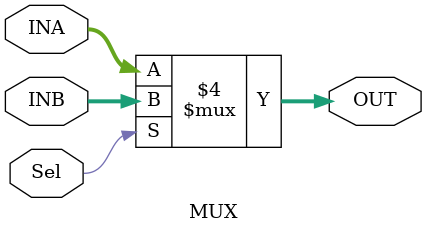
<source format=sv>
`timescale 1ns / 1ps

module  MUXS #(parameter N = 76)
(
 input  [N-1:0]  INA,
 input  [N-1:0]  INB,
 input  [N-1:0]  INC,
 input  [N-1:0]  IND,
 input   S1,
 input   S2,
 output reg [N-1:0]  OUT
 );

logic [N-1:0] tmp1;
logic [N-1:0] tmp2;

MUX #(.N(N)) mux1 (.INA(INA), .INB(INB), .Sel(S1), .OUT(tmp1));
MUX #(.N(N)) mux2 (.INA(INC), .INB(IND), .Sel(S1), .OUT(tmp2));
MUX #(.N(N)) mux3 (.INA(tmp1), .INB(tmp2), .Sel(S2), .OUT(OUT));

endmodule 




module  MUX #(parameter N = 76)
(
 input  [N-1:0]  INA,
 input  [N-1:0]  INB,
 input   Sel,
 output reg [N-1:0]  OUT
 );

always @(*)
begin : MUX
  if (Sel == 1'b0) begin
    OUT = INA;
  end else begin
    OUT = INB;
  end
end
endmodule 
</source>
